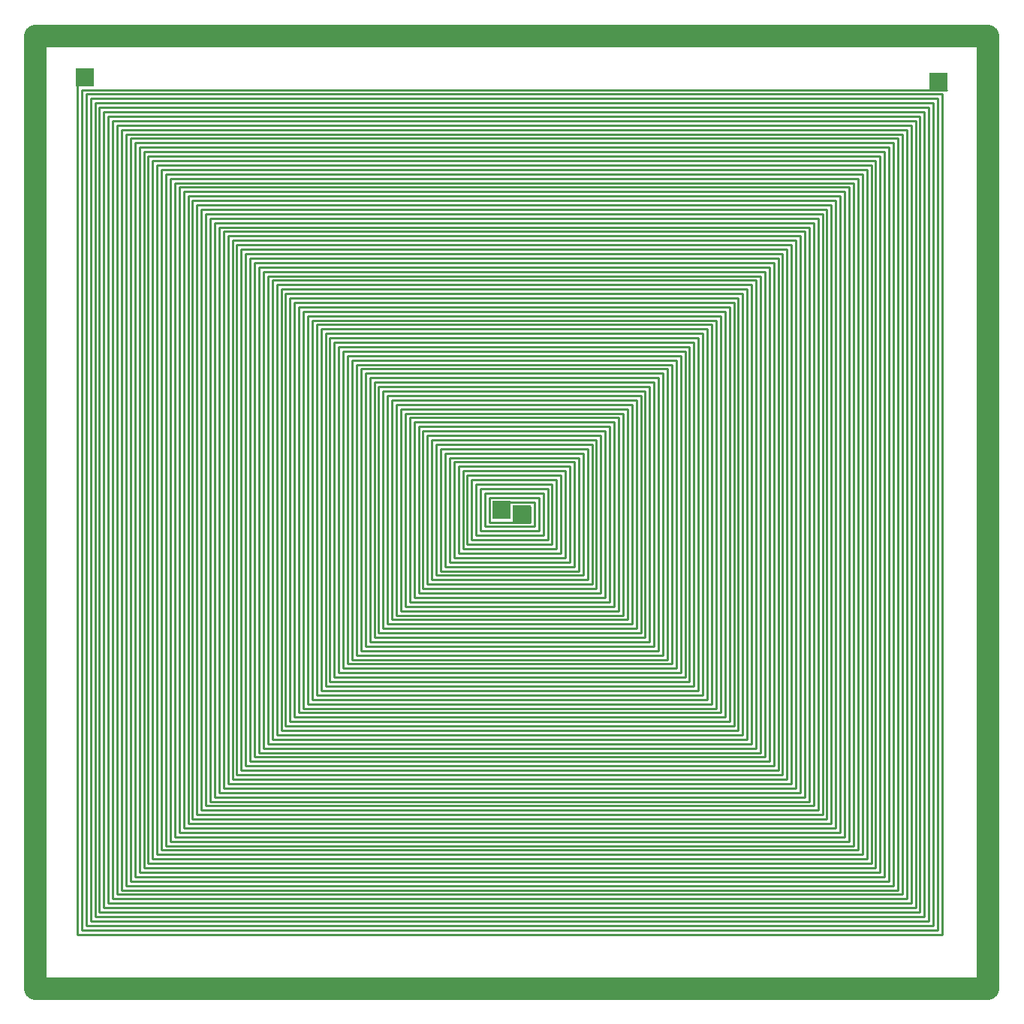
<source format=gbr>
G04 start of page 2 for group 0 idx 0 *
G04 Title: (unknown), component *
G04 Creator: pcb 1.99y *
G04 CreationDate: Mon Mar  9 18:38:31 2009 UTC *
G04 For: dj *
G04 Format: Gerber/RS-274X *
G04 PCB-Dimensions: 432960 432960 *
G04 PCB-Coordinate-Origin: lower left *
%MOIN*%
%FSLAX25Y25*%
%LNFRONT*%
%ADD11C,0.0098*%
%ADD12C,0.1000*%
%ADD13C,0.0200*%
%ADD14C,0.0300*%
G54D11*X202576Y208052D02*X228416D01*
X200608Y206084D02*X230384D01*
X198640Y204116D02*X232352D01*
X228416Y208052D02*Y222940D01*
X230384Y206084D02*Y224908D01*
X232352Y204116D02*Y226876D01*
X234320Y202148D02*Y228844D01*
X236288Y200180D02*Y230812D01*
X238256Y198212D02*Y232780D01*
X196672Y202148D02*X234320D01*
X194704Y200180D02*X236288D01*
X192736Y198212D02*X238256D01*
X190768Y196244D02*X240224D01*
X208480Y220972D02*X226448D01*
X224480Y211988D02*Y219004D01*
X206512Y222940D02*X228416D01*
X206512Y211988D02*X224480D01*
X206512D02*Y222940D01*
X204544Y210020D02*X226448D01*
X204544D02*Y224908D01*
X226448Y210020D02*Y220972D01*
X240224Y196244D02*Y234748D01*
X188800Y194276D02*X242192D01*
Y236716D01*
X186832Y192308D02*X244160D01*
Y238684D01*
X246128Y190340D02*Y240652D01*
X248096Y188372D02*Y242620D01*
X250064Y186404D02*Y244588D01*
X252032Y184436D02*Y246556D01*
X254000Y182468D02*Y248524D01*
X255968Y180500D02*Y250492D01*
X257936Y178532D02*Y252460D01*
X259904Y176564D02*Y254428D01*
X261872Y174596D02*Y256396D01*
X184864Y190340D02*X246128D01*
X182896Y188372D02*X248096D01*
X180928Y186404D02*X250064D01*
X178960Y184436D02*X252032D01*
X176992Y182468D02*X254000D01*
X175024Y180500D02*X255968D01*
X173056Y178532D02*X257936D01*
X171088Y176564D02*X259904D01*
X169120Y174596D02*X261872D01*
X167152Y172628D02*X263840D01*
X165184Y170660D02*X265808D01*
X163216Y168692D02*X267776D01*
X161248Y166724D02*X269744D01*
X159280Y164756D02*X271712D01*
X157312Y162788D02*X273680D01*
X155344Y160820D02*X275648D01*
X153376Y158852D02*X277616D01*
X151408Y156884D02*X279584D01*
X149440Y154916D02*X281552D01*
X147472Y152948D02*X283520D01*
X145504Y150980D02*X285488D01*
X143536Y149012D02*X287456D01*
X141568Y147044D02*X289424D01*
X139600Y145076D02*X291392D01*
X137632Y143108D02*X293360D01*
X135664Y141140D02*X295328D01*
X133696Y139172D02*X297296D01*
X131728Y137204D02*X299264D01*
X129760Y135236D02*X301232D01*
X127792Y133268D02*X303200D01*
X125824Y131300D02*X305168D01*
X123856Y129332D02*X307136D01*
X121888Y127364D02*X309104D01*
X119920Y125396D02*X311072D01*
X117952Y123428D02*X313040D01*
X115984Y121460D02*X315008D01*
X114016Y119492D02*X316976D01*
X112048Y117524D02*X318944D01*
X110080Y115556D02*X320912D01*
X108112Y113588D02*X322880D01*
X106144Y111620D02*X324848D01*
X104176Y109652D02*X326816D01*
X102208Y107684D02*X328784D01*
X100240Y105716D02*X330752D01*
X98272Y103748D02*X332720D01*
X96304Y101780D02*X334688D01*
X94336Y99812D02*X336656D01*
X92368Y97844D02*X338624D01*
X90400Y95876D02*X340592D01*
X263840Y172628D02*Y258364D01*
X265808Y170660D02*Y260332D01*
X267776Y168692D02*Y262300D01*
X269744Y166724D02*Y264268D01*
X271712Y164756D02*Y266236D01*
X273680Y162788D02*Y268204D01*
X275648Y160820D02*Y270172D01*
X277616Y158852D02*Y272140D01*
X279584Y156884D02*Y274108D01*
X281552Y154916D02*Y276076D01*
X283520Y152948D02*Y278044D01*
X285488Y150980D02*Y280012D01*
X287456Y149012D02*Y281980D01*
X289424Y147044D02*Y283948D01*
X291392Y145076D02*Y285916D01*
X293360Y143108D02*Y287884D01*
X295328Y141140D02*Y289852D01*
X297296Y139172D02*Y291820D01*
X299264Y137204D02*Y293788D01*
X301232Y135236D02*Y295756D01*
X303200Y133268D02*Y297724D01*
X305168Y131300D02*Y299692D01*
X307136Y129332D02*Y301660D01*
X309104Y127364D02*Y303628D01*
X311072Y125396D02*Y305596D01*
X313040Y123428D02*Y307564D01*
X315008Y121460D02*Y309532D01*
X316976Y119492D02*Y311500D01*
X318944Y117524D02*Y313468D01*
X320912Y115556D02*Y315436D01*
X322880Y113588D02*Y317404D01*
X324848Y111620D02*Y319372D01*
X326816Y109652D02*Y321340D01*
X328784Y107684D02*Y323308D01*
X330752Y105716D02*Y325276D01*
X332720Y103748D02*Y327244D01*
X334688Y101780D02*Y329212D01*
X336656Y99812D02*Y331180D01*
X338624Y97844D02*Y333148D01*
X192736Y236716D02*X242192D01*
X88432Y93908D02*X342560D01*
X86464Y91940D02*X344528D01*
X84496Y89972D02*X346496D01*
X82528Y88004D02*X348464D01*
X80560Y86036D02*X350432D01*
X78592Y84068D02*X352400D01*
X76624Y82100D02*X354368D01*
X74656Y80132D02*X356336D01*
X72688Y78164D02*X358304D01*
X70720Y76196D02*X360272D01*
X68752Y74228D02*X362240D01*
X66784Y72260D02*X364208D01*
X64816Y70292D02*X366176D01*
X62848Y68324D02*X368144D01*
X60880Y66356D02*X370112D01*
X58912Y64388D02*X372080D01*
X56944Y62420D02*X374048D01*
X54976Y60452D02*X376016D01*
X53008Y58484D02*X377984D01*
X51040Y56516D02*X379952D01*
X49072Y54548D02*X381920D01*
X47104Y52580D02*X383888D01*
X45136Y50612D02*X385856D01*
X43168Y48644D02*X387824D01*
X204544Y224908D02*X230384D01*
X202576Y226876D02*X232352D01*
X200608Y228844D02*X234320D01*
X198640Y230812D02*X236288D01*
X196672Y232780D02*X238256D01*
X194704Y234748D02*X240224D01*
X190768Y238684D02*X244160D01*
X188800Y240652D02*X246128D01*
X186832Y242620D02*X248096D01*
X184864Y244588D02*X250064D01*
X182896Y246556D02*X252032D01*
X180928Y248524D02*X254000D01*
X178960Y250492D02*X255968D01*
X176992Y252460D02*X257936D01*
X175024Y254428D02*X259904D01*
X173056Y256396D02*X261872D01*
X171088Y258364D02*X263840D01*
X169120Y260332D02*X265808D01*
X167152Y262300D02*X267776D01*
X340592Y95876D02*Y335116D01*
X342560Y93908D02*Y337084D01*
X344528Y91940D02*Y339052D01*
X346496Y89972D02*Y341020D01*
X348464Y88004D02*Y342988D01*
X350432Y86036D02*Y344956D01*
X352400Y84068D02*Y346924D01*
X354368Y82100D02*Y348892D01*
X356336Y80132D02*Y350860D01*
X358304Y78164D02*Y352828D01*
X360272Y76196D02*Y354796D01*
X362240Y74228D02*Y356764D01*
X364208Y72260D02*Y358732D01*
X366176Y70292D02*Y360700D01*
X368144Y68324D02*Y362668D01*
X370112Y66356D02*Y364636D01*
X372080Y64388D02*Y366604D01*
X374048Y62420D02*Y368572D01*
X376016Y60452D02*Y370540D01*
X377984Y58484D02*Y372508D01*
X379952Y56516D02*Y374476D01*
X381920Y54548D02*Y376444D01*
X383888Y52580D02*Y378412D01*
X385856Y50612D02*Y380380D01*
X188800Y194276D02*Y240652D01*
X186832Y192308D02*Y242620D01*
G54D12*X5000Y427960D02*X427960D01*
X5000Y5000D02*X427960D01*
G54D11*X387824Y48644D02*Y382348D01*
X389792Y46676D02*Y384316D01*
X391760Y44708D02*Y386284D01*
X393728Y42740D02*Y388252D01*
X395696Y40772D02*Y390220D01*
X397664Y38804D02*Y392188D01*
X399632Y36836D02*Y394156D01*
X401600Y34868D02*Y396124D01*
X403568Y32900D02*Y398092D01*
X405536Y30932D02*Y400060D01*
X407504Y28964D02*Y402028D01*
G54D12*X427960Y5000D02*Y427960D01*
G54D11*X184864Y190340D02*Y244588D01*
X182896Y188372D02*Y246556D01*
X180928Y186404D02*Y248524D01*
X178960Y184436D02*Y250492D01*
X176992Y182468D02*Y252460D01*
X175024Y180500D02*Y254428D01*
X173056Y178532D02*Y256396D01*
X171088Y176564D02*Y258364D01*
X169120Y174596D02*Y260332D01*
X167152Y172628D02*Y262300D01*
X165184Y170660D02*Y264268D01*
X163216Y168692D02*Y266236D01*
X161248Y166724D02*Y268204D01*
X202576Y208052D02*Y226876D01*
X200608Y206084D02*Y228844D01*
X198640Y204116D02*Y230812D01*
X196672Y202148D02*Y232780D01*
X194704Y200180D02*Y234748D01*
X192736Y198212D02*Y236716D01*
X190768Y196244D02*Y238684D01*
X41200Y46676D02*X389792D01*
X39232Y44708D02*X391760D01*
X37264Y42740D02*X393728D01*
X35296Y40772D02*X395696D01*
X33328Y38804D02*X397664D01*
X31360Y36836D02*X399632D01*
X29392Y34868D02*X401600D01*
X27424Y32900D02*X403568D01*
X25456Y30932D02*X405536D01*
X23488Y28964D02*X407504D01*
X165184Y264268D02*X269744D01*
X163216Y266236D02*X271712D01*
X161248Y268204D02*X273680D01*
X159280Y270172D02*X275648D01*
X157312Y272140D02*X277616D01*
X155344Y274108D02*X279584D01*
X153376Y276076D02*X281552D01*
X151408Y278044D02*X283520D01*
X149440Y280012D02*X285488D01*
X147472Y281980D02*X287456D01*
X145504Y283948D02*X289424D01*
X143536Y285916D02*X291392D01*
X141568Y287884D02*X293360D01*
X139600Y289852D02*X295328D01*
X137632Y291820D02*X297296D01*
X135664Y293788D02*X299264D01*
X133696Y295756D02*X301232D01*
X131728Y297724D02*X303200D01*
X129760Y299692D02*X305168D01*
X127792Y301660D02*X307136D01*
X125824Y303628D02*X309104D01*
X123856Y305596D02*X311072D01*
X121888Y307564D02*X313040D01*
X159280Y164756D02*Y270172D01*
X157312Y162788D02*Y272140D01*
X155344Y160820D02*Y274108D01*
X153376Y158852D02*Y276076D01*
X151408Y156884D02*Y278044D01*
X149440Y154916D02*Y280012D01*
X147472Y152948D02*Y281980D01*
X145504Y150980D02*Y283948D01*
X143536Y149012D02*Y285916D01*
X141568Y147044D02*Y287884D01*
X139600Y145076D02*Y289852D01*
X137632Y143108D02*Y291820D01*
X135664Y141140D02*Y293788D01*
X133696Y139172D02*Y295756D01*
X131728Y137204D02*Y297724D01*
X129760Y135236D02*Y299692D01*
X127792Y133268D02*Y301660D01*
X125824Y131300D02*Y303628D01*
X123856Y129332D02*Y305596D01*
X121888Y127364D02*Y307564D01*
X119920Y125396D02*Y309532D01*
X117952Y123428D02*Y311500D01*
X115984Y121460D02*Y313468D01*
X114016Y119492D02*Y315436D01*
X119920Y309532D02*X315008D01*
X117952Y311500D02*X316976D01*
X115984Y313468D02*X318944D01*
X114016Y315436D02*X320912D01*
X112048Y317404D02*X322880D01*
X110080Y319372D02*X324848D01*
X108112Y321340D02*X326816D01*
X106144Y323308D02*X328784D01*
X104176Y325276D02*X330752D01*
X102208Y327244D02*X332720D01*
X100240Y329212D02*X334688D01*
X98272Y331180D02*X336656D01*
X96304Y333148D02*X338624D01*
X94336Y335116D02*X340592D01*
X92368Y337084D02*X342560D01*
X90400Y339052D02*X344528D01*
X88432Y341020D02*X346496D01*
X86464Y342988D02*X348464D01*
X84496Y344956D02*X350432D01*
X82528Y346924D02*X352400D01*
X80560Y348892D02*X354368D01*
X78592Y350860D02*X356336D01*
X76624Y352828D02*X358304D01*
X74656Y354796D02*X360272D01*
X72688Y356764D02*X362240D01*
X70720Y358732D02*X364208D01*
X68752Y360700D02*X366176D01*
X66784Y362668D02*X368144D01*
X64816Y364636D02*X370112D01*
X62848Y366604D02*X372080D01*
X60880Y368572D02*X374048D01*
X58912Y370540D02*X376016D01*
X56944Y372508D02*X377984D01*
X54976Y374476D02*X379952D01*
X53008Y376444D02*X381920D01*
X51040Y378412D02*X383888D01*
X49072Y380380D02*X385856D01*
X47104Y382348D02*X387824D01*
X45136Y384316D02*X389792D01*
X43168Y386284D02*X391760D01*
X41200Y388252D02*X393728D01*
X39232Y390220D02*X395696D01*
X37264Y392188D02*X397664D01*
X35296Y394156D02*X399632D01*
X33328Y396124D02*X401600D01*
X31360Y398092D02*X403568D01*
X29392Y400060D02*X405536D01*
X27424Y402028D02*X407504D01*
X25456Y403996D02*X409472D01*
X112048Y117524D02*Y317404D01*
X110080Y115556D02*Y319372D01*
X108112Y113588D02*Y321340D01*
X106144Y111620D02*Y323308D01*
X104176Y109652D02*Y325276D01*
X102208Y107684D02*Y327244D01*
X100240Y105716D02*Y329212D01*
X98272Y103748D02*Y331180D01*
X96304Y101780D02*Y333148D01*
X94336Y99812D02*Y335116D01*
X92368Y97844D02*Y337084D01*
X90400Y95876D02*Y339052D01*
X88432Y93908D02*Y341020D01*
X86464Y91940D02*Y342988D01*
X84496Y89972D02*Y344956D01*
X82528Y88004D02*Y346924D01*
X80560Y86036D02*Y348892D01*
X78592Y84068D02*Y350860D01*
X76624Y82100D02*Y352828D01*
X74656Y80132D02*Y354796D01*
X72688Y78164D02*Y356764D01*
X70720Y76196D02*Y358732D01*
X68752Y74228D02*Y360700D01*
X66784Y72260D02*Y362668D01*
X64816Y70292D02*Y364636D01*
X62848Y68324D02*Y366604D01*
X60880Y66356D02*Y368572D01*
X58912Y64388D02*Y370540D01*
X56944Y62420D02*Y372508D01*
X54976Y60452D02*Y374476D01*
X53008Y58484D02*Y376444D01*
X51040Y56516D02*Y378412D01*
X49072Y54548D02*Y380380D01*
X47104Y52580D02*Y382348D01*
X45136Y50612D02*Y384316D01*
X43168Y48644D02*Y386284D01*
X41200Y46676D02*Y388252D01*
X39232Y44708D02*Y390220D01*
X37264Y42740D02*Y392188D01*
X35296Y40772D02*Y394156D01*
X33328Y38804D02*Y396124D01*
X31360Y36836D02*Y398092D01*
X29392Y34868D02*Y400060D01*
X27424Y32900D02*Y402028D01*
X25456Y30932D02*Y403996D01*
X23488Y28964D02*Y405964D01*
G54D12*X5000Y5000D02*Y427960D01*
G54D13*G36*
X207988Y221464D02*Y213464D01*
X215988D01*
Y221464D01*
X207988D01*
G37*
G36*
X216972Y219496D02*Y211496D01*
X224972D01*
Y219496D01*
X216972D01*
G37*
G36*
X22996Y413472D02*Y405472D01*
X30996D01*
Y413472D01*
X22996D01*
G37*
G36*
X401964Y411504D02*Y403504D01*
X409964D01*
Y411504D01*
X401964D01*
G37*
G54D14*M02*

</source>
